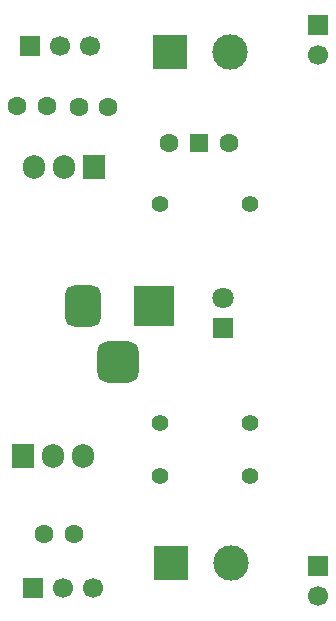
<source format=gbs>
%TF.GenerationSoftware,KiCad,Pcbnew,9.0.4*%
%TF.CreationDate,2025-10-15T15:11:25+01:00*%
%TF.ProjectId,breadboardPowerSupply,62726561-6462-46f6-9172-64506f776572,rev?*%
%TF.SameCoordinates,Original*%
%TF.FileFunction,Soldermask,Bot*%
%TF.FilePolarity,Negative*%
%FSLAX46Y46*%
G04 Gerber Fmt 4.6, Leading zero omitted, Abs format (unit mm)*
G04 Created by KiCad (PCBNEW 9.0.4) date 2025-10-15 15:11:25*
%MOMM*%
%LPD*%
G01*
G04 APERTURE LIST*
G04 Aperture macros list*
%AMRoundRect*
0 Rectangle with rounded corners*
0 $1 Rounding radius*
0 $2 $3 $4 $5 $6 $7 $8 $9 X,Y pos of 4 corners*
0 Add a 4 corners polygon primitive as box body*
4,1,4,$2,$3,$4,$5,$6,$7,$8,$9,$2,$3,0*
0 Add four circle primitives for the rounded corners*
1,1,$1+$1,$2,$3*
1,1,$1+$1,$4,$5*
1,1,$1+$1,$6,$7*
1,1,$1+$1,$8,$9*
0 Add four rect primitives between the rounded corners*
20,1,$1+$1,$2,$3,$4,$5,0*
20,1,$1+$1,$4,$5,$6,$7,0*
20,1,$1+$1,$6,$7,$8,$9,0*
20,1,$1+$1,$8,$9,$2,$3,0*%
G04 Aperture macros list end*
%ADD10RoundRect,0.875000X-0.875000X-0.875000X0.875000X-0.875000X0.875000X0.875000X-0.875000X0.875000X0*%
%ADD11RoundRect,0.750000X-0.750000X-1.000000X0.750000X-1.000000X0.750000X1.000000X-0.750000X1.000000X0*%
%ADD12R,3.500000X3.500000*%
%ADD13R,3.000000X3.000000*%
%ADD14C,3.000000*%
%ADD15C,1.400000*%
%ADD16R,1.500000X1.500000*%
%ADD17C,1.600000*%
%ADD18R,1.700000X1.700000*%
%ADD19C,1.700000*%
%ADD20R,1.800000X1.800000*%
%ADD21C,1.800000*%
%ADD22R,1.905000X2.000000*%
%ADD23O,1.905000X2.000000*%
G04 APERTURE END LIST*
D10*
%TO.C,J6*%
X153090000Y-115982500D03*
D11*
X150090000Y-111282500D03*
D12*
X156090000Y-111282500D03*
%TD*%
D13*
%TO.C,J5*%
X157600000Y-133010000D03*
D14*
X162680000Y-133010000D03*
%TD*%
D15*
%TO.C,R3*%
X156640000Y-125620000D03*
X164260000Y-125620000D03*
%TD*%
D16*
%TO.C,SW1*%
X159940000Y-97440000D03*
D17*
X157400000Y-97440000D03*
X162480000Y-97440000D03*
%TD*%
D18*
%TO.C,J1*%
X170000000Y-87460000D03*
D19*
X170000000Y-90000000D03*
%TD*%
D18*
%TO.C,J4*%
X145890000Y-135090000D03*
D19*
X148430000Y-135090000D03*
X150970000Y-135090000D03*
%TD*%
D17*
%TO.C,C1*%
X149760000Y-94400000D03*
X152260000Y-94400000D03*
%TD*%
D18*
%TO.C,J3*%
X145620000Y-89210000D03*
D19*
X148160000Y-89210000D03*
X150700000Y-89210000D03*
%TD*%
D13*
%TO.C,J7*%
X157520000Y-89770000D03*
D14*
X162600000Y-89770000D03*
%TD*%
D18*
%TO.C,J2*%
X169980000Y-133280000D03*
D19*
X169980000Y-135820000D03*
%TD*%
D17*
%TO.C,C3*%
X146830000Y-130550000D03*
X149330000Y-130550000D03*
%TD*%
D15*
%TO.C,R1*%
X164260000Y-121150000D03*
X156640000Y-121150000D03*
%TD*%
D17*
%TO.C,C2*%
X147070000Y-94300000D03*
X144570000Y-94300000D03*
%TD*%
D20*
%TO.C,D1*%
X162000000Y-113125000D03*
D21*
X162000000Y-110585000D03*
%TD*%
D22*
%TO.C,U2*%
X145000000Y-123950000D03*
D23*
X147540000Y-123950000D03*
X150080000Y-123950000D03*
%TD*%
D15*
%TO.C,R2*%
X156620000Y-102640000D03*
X164240000Y-102640000D03*
%TD*%
D22*
%TO.C,U1*%
X151060000Y-99520000D03*
D23*
X148520000Y-99520000D03*
X145980000Y-99520000D03*
%TD*%
M02*

</source>
